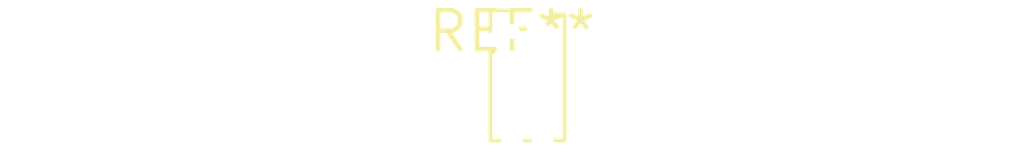
<source format=kicad_pcb>
(kicad_pcb (version 20240108) (generator pcbnew)
  (layers (0 "F.Cu" signal) (31 "B.Cu" signal) (34 "B.Paste" user) (35 "F.Paste" user) (36 "B.SilkS" user "B.Silkscreen") (37 "F.SilkS" user "F.Silkscreen") (38 "B.Mask" user) (39 "F.Mask" user) (44 "Edge.Cuts" user))
  (net 0 "")
  (footprint "PinHeader_2x04_P1.00mm_Vertical" (layer "F.Cu") (at 0 0)
    (property "Reference" "REF**")
    (property "Value" "PinHeader_2x04_P1.00mm_Vertical")
    (fp_line (start -0.71 -0.685) (end 0 -0.685) (layer "F.SilkS") (stroke (width 0.12)))
    (fp_line (start -0.71 0) (end -0.71 -0.685) (layer "F.SilkS") (stroke (width 0.12)))
    (fp_line (start -0.71 0.685) (end -0.71 3.56) (layer "F.SilkS") (stroke (width 0.12)))
    (fp_line (start -0.71 0.685) (end -0.608276 0.685) (layer "F.SilkS") (stroke (width 0.12)))
    (fp_line (start -0.71 3.56) (end -0.394493 3.56) (layer "F.SilkS") (stroke (width 0.12)))
    (fp_line (start 0.394493 3.56) (end 0.605507 3.56) (layer "F.SilkS") (stroke (width 0.12)))
    (fp_line (start 1.394493 -0.56) (end 1.71 -0.56) (layer "F.SilkS") (stroke (width 0.12)))
    (fp_line (start 1.394493 3.56) (end 1.71 3.56) (layer "F.SilkS") (stroke (width 0.12)))
    (fp_line (start 1.71 -0.56) (end 1.71 3.56) (layer "F.SilkS") (stroke (width 0.12)))
    (pad "1" thru_hole rect (at 0 0) (size 0.85 0.85) (drill 0.5) (layers *.Cu *.Mask) (remove_unused_layers))
    (pad "2" thru_hole oval (at 1 0) (size 0.85 0.85) (drill 0.5) (layers *.Cu *.Mask) (remove_unused_layers))
    (pad "3" thru_hole oval (at 0 1) (size 0.85 0.85) (drill 0.5) (layers *.Cu *.Mask) (remove_unused_layers))
    (pad "4" thru_hole oval (at 1 1) (size 0.85 0.85) (drill 0.5) (layers *.Cu *.Mask) (remove_unused_layers))
    (pad "5" thru_hole oval (at 0 2) (size 0.85 0.85) (drill 0.5) (layers *.Cu *.Mask) (remove_unused_layers))
    (pad "6" thru_hole oval (at 1 2) (size 0.85 0.85) (drill 0.5) (layers *.Cu *.Mask) (remove_unused_layers))
    (pad "7" thru_hole oval (at 0 3) (size 0.85 0.85) (drill 0.5) (layers *.Cu *.Mask) (remove_unused_layers))
    (pad "8" thru_hole oval (at 1 3) (size 0.85 0.85) (drill 0.5) (layers *.Cu *.Mask) (remove_unused_layers))
  )
)
</source>
